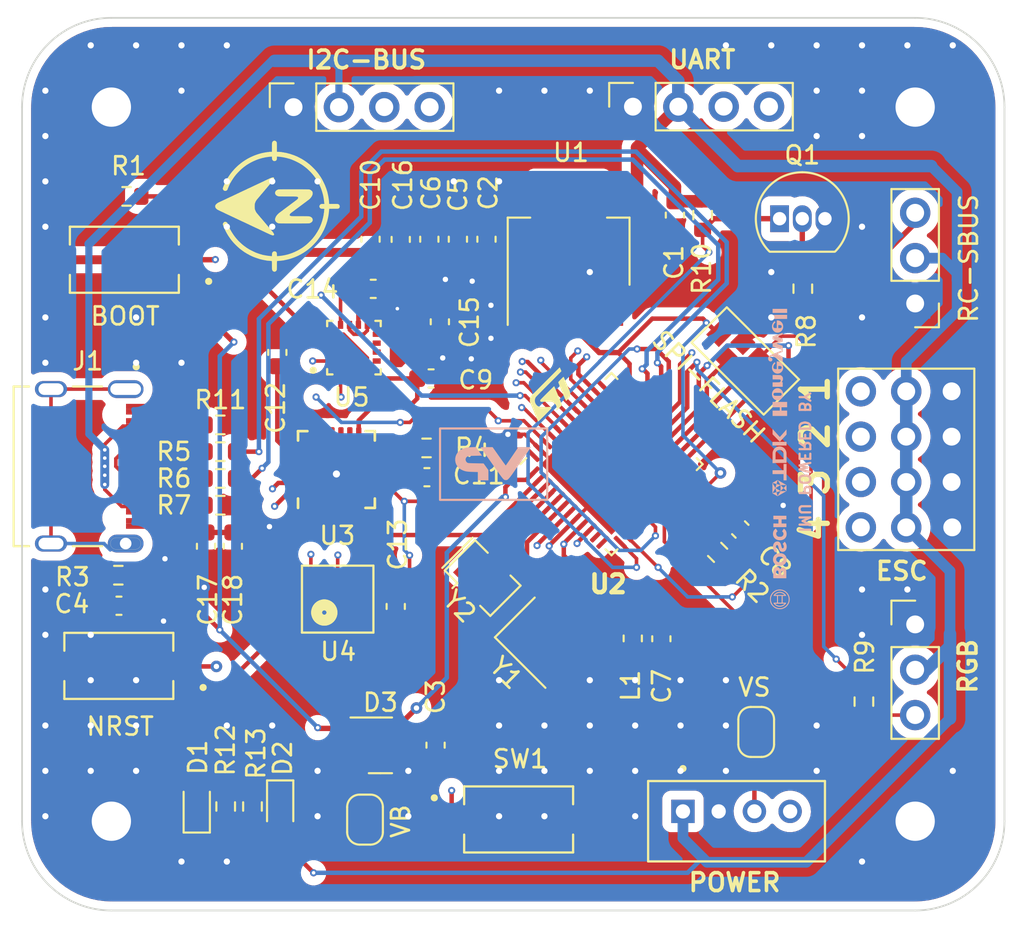
<source format=kicad_pcb>
(kicad_pcb (version 20211014) (generator pcbnew)
  (layers (0 "F.Cu" mixed) (1 "In1.Cu" signal) (2 "In2.Cu" power) (31 "B.Cu" power) (34 "B.Paste" user) (35 "F.Paste" user) (36 "B.SilkS" user "B.Silkscreen") (37 "F.SilkS" user "F.Silkscreen") (38 "B.Mask" user) (39 "F.Mask" user) (44 "Edge.Cuts" user))
  (net 0 "")
  (net 1 "GND")
  (net 2 "VBUS")
  (net 3 "+3V3")
  (net 4 "VBAT")
  (net 5 "NRST")
  (net 6 "VDDA")
  (net 7 "Net-(C8-Pad2)")
  (net 8 "Net-(C11-Pad2)")
  (net 9 "Net-(C12-Pad1)")
  (net 10 "Net-(C14-Pad2)")
  (net 11 "Net-(C15-Pad1)")
  (net 12 "Net-(C15-Pad2)")
  (net 13 "PC13")
  (net 14 "Net-(D3-Pad2)")
  (net 15 "Net-(J1-PadA5)")
  (net 16 "DP")
  (net 17 "DN")
  (net 19 "Net-(J1-PadB5)")
  (net 21 "Net-(J2-Pad3)")
  (net 22 "Net-(J3-Pad3)")
  (net 23 "PB9")
  (net 24 "PB8")
  (net 25 "RX")
  (net 26 "TX")
  (net 27 "NSS")
  (net 28 "PB13")
  (net 29 "MISO")
  (net 30 "MOSI")
  (net 31 "CS")
  (net 32 "V_SENSE")
  (net 33 "I_SENSE")
  (net 35 "PB0")
  (net 36 "Net-(L1-Pad1)")
  (net 37 "Net-(Q1-Pad2)")
  (net 38 "PA3")
  (net 39 "BOOT0")
  (net 40 "PB2")
  (net 41 "Net-(R4-Pad2)")
  (net 42 "PA11")
  (net 43 "PA12")
  (net 44 "PA8")
  (net 45 "PA0")
  (net 46 "PC14")
  (net 47 "PC15")
  (net 48 "PH0")
  (net 49 "PH1")
  (net 50 "PA1")
  (net 51 "PA2")
  (net 52 "PA5")
  (net 53 "PA6")
  (net 54 "PA10")
  (net 55 "PB1")
  (net 56 "PB10")
  (net 57 "PA9")
  (net 58 "PA13")
  (net 59 "PA14")
  (net 60 "MOT1")
  (net 61 "MOT2")
  (net 62 "MOT3")
  (net 63 "MOT4")
  (net 66 "Net-(D1-Pad1)")
  (net 69 "Net-(D2-Pad1)")
  (net 70 "SHELL_GND")
  (footprint "Connector_PinHeader_2.54mm:PinHeader_1x03_P2.54mm_Vertical" (layer "F.Cu") (at 150 83.975)
    (fp_text reference "RGB")
    (fp_text value "RGB")
  )
  (footprint "Custom_Footprints:SW_TS09-63-25-WT-260-SMT-TR" (layer "F.Cu") (at 127.8 94.9)
    (fp_text reference "SW1")
    (fp_text value "KEY")
  )
  (footprint "Package_TO_SOT_THT:TO-92_Inline" (layer "F.Cu") (at 142.41 61.25)
    (fp_text reference "Q1")
    (fp_text value "BC547")
  )
  (footprint "Capacitor_SMD:C_0603_1608Metric" (layer "F.Cu") (at 122.8 62.4 -90)
    (fp_text reference "C6")
    (fp_text value "100nF")
  )
  (footprint "Connector_PinSocket_2.54mm:PinSocket_1x04_P2.54mm_Vertical" (layer "F.Cu") (at 115.2 55 90)
    (fp_text reference "I2C-BUS")
    (fp_text value "I2C")
  )
  (footprint "Capacitor_SMD:C_0603_1608Metric" (layer "F.Cu") (at 111.8 79.6 90)
    (fp_text reference "C18")
    (fp_text value "100nF")
  )
  (footprint "Resistor_SMD:R_0603_1608Metric" (layer "F.Cu") (at 112.9 94.175 -90)
    (fp_text reference "R13")
    (fp_text value "10K")
  )
  (footprint "Crystal:Resonator_SMD_Murata_CSTxExxV-3Pin_3.0x1.1mm" (layer "F.Cu") (at 125.788528 81.378528 -45)
    (fp_text reference "Y2")
    (fp_text value "32.7KHz/6pF")
  )
  (footprint "Custom_Footprints:VALCON_CSP-USC16-TR" (layer "F.Cu") (at 106.39 75.12075 -90)
    (fp_text reference "J1")
    (fp_text value "CSP-USC16-TR")
    (fp_line (start 4 1.14) (end 4 0.09) (layer "Edge.Cuts") (width 0.01))
    (fp_line (start 4.65 0.04) (end 4.65 1.14) (layer "Edge.Cuts") (width 0.01))
    (fp_arc (start 4.65 1.14) (mid 4.547132 1.358345) (end 4.32 1.44) (layer "Edge.Cuts") (width 0.01))
    (fp_arc (start 4 0.09) (mid 4.087513 -0.151274) (end 4.32 -0.26) (layer "Edge.Cuts") (width 0.01))
    (fp_arc (start 4.32 -0.26) (mid 4.547132 -0.178345) (end 4.65 0.04) (layer "Edge.Cuts") (width 0.01))
    (fp_arc (start 4.32 1.44) (mid 4.097868 1.356274) (end 4 1.14) (layer "Edge.Cuts") (width 0.01))
  )
  (footprint "Custom_Footprints:BMP180" (layer "F.Cu") (at 117.67 82.56 180)
    (fp_text reference "U4")
    (fp_text value "BMP180")
  )
  (footprint "Custom_logos_Footprints:STM" (layer "F.Cu") (at 129.6 71.2 45)
    (fp_text reference "G***" hide)
    (fp_text value "LOGO" hide)
  )
  (footprint "Resistor_SMD:R_0603_1608Metric" (layer "F.Cu") (at 122.645 74.09 180)
    (fp_text reference "R4")
    (fp_text value "1K")
  )
  (footprint "Custom_logos_Footprints:NORTH" (layer "F.Cu") (at 114.3 60.55 90)
    (fp_text reference "G***" hide)
    (fp_text value "LOGO" hide)
  )
  (footprint "Sensor_Motion:InvenSense_QFN-24_4x4mm_P0.5mm" (layer "F.Cu") (at 117.6 75.3 90)
    (fp_text reference "U3")
    (fp_text value "MPU-6050")
  )
  (footprint "Resistor_SMD:R_0603_1608Metric" (layer "F.Cu") (at 111.1 74.3)
    (fp_text reference "R5")
    (fp_text value "10R")
  )
  (footprint "Custom_Footprints:Esc_connector_4M" (layer "F.Cu") (at 149.5 76 -90)
    (fp_text reference "ESC")
    (fp_text value "4PIN_ESC")
  )
  (footprint "Package_DFN_QFN:QFN-48-1EP_7x7mm_P0.5mm_EP5.6x5.6mm" (layer "F.Cu") (at 133 75 45)
    (fp_text reference "U2")
    (fp_text value "STM32F411CEUx")
  )
  (footprint "Custom_Footprints:SW_TS09-63-25-WT-260-SMT-TR" (layer "F.Cu") (at 105.7275 63.55 180)
    (fp_text reference "BOOT")
    (fp_text value "BOOT0")
  )
  (footprint "Resistor_SMD:R_0603_1608Metric" (layer "F.Cu") (at 105.85 60)
    (fp_text reference "R1")
    (fp_text value "10K")
  )
  (footprint "Capacitor_SMD:C_0603_1608Metric" (layer "F.Cu") (at 140.21 78.66 135)
    (fp_text reference "C8")
    (fp_text value "2.2uF")
  )
  (footprint "Resistor_SMD:R_0603_1608Metric" (layer "F.Cu") (at 147.13 88.3 90)
    (fp_text reference "R9")
    (fp_text value "470R")
  )
  (footprint "Capacitor_SMD:C_0603_1608Metric" (layer "F.Cu") (at 119.51 62.4 -90)
    (fp_text reference "C10")
    (fp_text value "0.1uF")
  )
  (footprint "Capacitor_SMD:C_0603_1608Metric" (layer "F.Cu") (at 114.29 68.74 90)
    (fp_text reference "C12")
    (fp_text value "2.2nF")
  )
  (footprint "Custom_Footprints:7_TP" (layer "F.Cu") (at 140.711185 69.443159 135)
    (fp_text reference "SPI-FLASH")
    (fp_text value "SPI-BLACKBOX")
  )
  (footprint "Resistor_SMD:R_0603_1608Metric" (layer "F.Cu") (at 143.71 65.17 -90)
    (fp_text reference "R8")
    (fp_text value "4.7K")
  )
  (footprint "Capacitor_SMD:C_0603_1608Metric" (layer "F.Cu") (at 122.9 70.2 180)
    (fp_text reference "C9")
    (fp_text value "0.01uF")
  )
  (footprint "Connector_PinSocket_2.54mm:PinSocket_1x04_P2.54mm_Vertical" (layer "F.Cu") (at 134.2 54.975 90)
    (fp_text reference "UART")
    (fp_text value "UART")
  )
  (footprint "Custom_Footprints:JST_B4B-PH-K" (layer "F.Cu") (at 140 95 180)
    (fp_text reference "POWER")
    (fp_text value "POWER MODULE")
  )
  (footprint "Jumper:SolderJumper-2_P1.3mm_Bridged2Bar_RoundedPad1.0x1.5mm" (layer "F.Cu") (at 119.2 94.91 -90)
    (fp_text reference "VB")
    (fp_text value "VBAT")
  )
  (footprint "Capacitor_SMD:C_0603_1608Metric" (layer "F.Cu") (at 123.15 90.74 90)
    (fp_text reference "C3")
    (fp_text value "100uF")
  )
  (footprint "Resistor_SMD:R_0603_1608Metric" (layer "F.Cu") (at 111.4 94.175 90)
    (fp_text reference "R12")
    (fp_text value "10K")
  )
  (footprint "LED_SMD:LED_0603_1608Metric" (layer "F.Cu") (at 109.78 94.15 90)
    (fp_text reference "D1")
    (fp_text value "LED")
  )
  (footprint "Package_TO_SOT_SMD:SOT-23" (layer "F.Cu") (at 120.0625 90.75)
    (fp_text reference "D3")
    (fp_text value "BAT54C")
  )
  (footprint "Capacitor_SMD:C_0603_1608Metric" (layer "F.Cu") (at 135.79 84.78 -90)
    (fp_text reference "C7")
    (fp_text value "100nF")
  )
  (footprint "Capacitor_SMD:C_0603_1608Metric" (layer "F.Cu") (at 122.665 75.73 180)
    (fp_text reference "C11")
    (fp_text value "0.1uF")
  )
  (footprint "Capacitor_SMD:C_0603_1608Metric" (layer "F.Cu") (at 126 62.4 -90)
    (fp_text reference "C2")
    (fp_text value "100nF")
  )
  (footprint "Custom_Footprints:HMC5883L-TR" (layer "F.Cu") (at 118.58 68.4725 90)
    (fp_text reference "U5")
    (fp_text value "HMC5883L-TR")
  )
  (footprint "Resistor_SMD:R_0603_1608Metric" (layer "F.Cu") (at 111.1 72.8 180)
    (fp_text reference "R11")
    (fp_text value "5.8K")
  )
  (footprint "MountingHole:MountingHole_2.2mm_M2_DIN965_Pad_TopBottom" (layer "F.Cu") (at 150 55)
    (fp_text reference "H2" hide)
    (fp_text value "MountingHole_Pad")
  )
  (footprint "Capacitor_SMD:C_0603_1608Metric" (layer "F.Cu") (at 121.2 62.41 90)
    (fp_text reference "C16")
    (fp_text value "0.1uF")
  )
  (footprint "Capacitor_SMD:C_0603_1608Metric" (layer "F.Cu") (at 110.3 79.6 90)
    (fp_text reference "C17")
    (fp_text value "100nF")
  )
  (footprint "MountingHole:MountingHole_2.2mm_M2_DIN965_Pad_TopBottom" (layer "F.Cu") (at 105 95)
    (fp_text reference "H3" hide)
    (fp_text value "MountingHole_Pad")
  )
  (footprint "Connector_PinHeader_2.54mm:PinHeader_1x03_P2.54mm_Vertical" (layer "F.Cu") (at 150 66 180)
    (fp_text reference "RC-SBUS")
    (fp_text value "SBUS")
  )
  (footprint "Resistor_SMD:R_0603_1608Metric" (layer "F.Cu") (at 111.1 75.8)
    (fp_text reference "R6")
    (fp_text value "10R")
  )
  (footprint "Capacitor_SMD:C_0603_1608Metric" (layer "F.Cu") (at 105.425 82.93)
    (fp_text reference "C4")
    (fp_text value "100nF")
  )
  (footprint "Jumper:SolderJumper-2_P1.3mm_Open_RoundedPad1.0x1.5mm" (layer "F.Cu") (at 141.1 90 -90)
    (fp_text reference "VS")
    (fp_text value "V_SENSE")
  )
  (footprint "Resistor_SMD:R_0603_1608Metric" (layer "F.Cu") (at 138.94 79.94 135)
    (fp_text reference "R2")
    (fp_text value "10K")
  )
  (footprint "Crystal:Crystal_SMD_SeikoEpson_TSX3225-4Pin_3.2x2.5mm" (layer "F.Cu") (at 129 85 -45)
    (fp_text reference "Y1")
    (fp_text value "25MHz/12pF")
  )
  (footprint "Resistor_SMD:R_0603_1608Metric" (layer "F.Cu") (at 111.1 77.3)
    (fp_text reference "R7")
    (fp_text value "5.8K")
  )
  (footprint "Resistor_SMD:R_0603_1608Metric" (layer "F.Cu") (at 138.1 61.05 -90)
    (fp_text reference "R10")
    (fp_text value "10K")
  )
  (footprint "Capacitor_SMD:C_0603_1608Metric" (layer "F.Cu") (at 124.4 62.4 -90)
    (fp_text reference "C5")
    (fp_text value "100nF")
  )
  (footprint "Capacitor_SMD:C_0603_1608Metric" (layer "F.Cu") (at 120.92 82.97 -90)
    (fp_text reference "C13")
    (fp_text value "0.1uF")
  )
  (footprint "LED_SMD:LED_0603_1608Metric" (layer "F.Cu") (at 114.45 94.2 -90)
    (fp_text reference "D2")
    (fp_text value "LED")
  )
  (footprint "Package_TO_SOT_SMD:SOT-223-3_TabPin2" (layer "F.Cu") (at 130.6 63.1 90)
    (fp_text reference "U1")
    (fp_text value "LD1117S12TR_SOT223")
  )
  (footprint "Resistor_SMD:R_0603_1608Metric" (layer "F.Cu") (at 105.39 81.22 180)
    (fp_text reference "R3")
    (fp_text value "NC")
  )
  (footprint "Capacitor_SMD:C_0603_1608Metric" (layer "F.Cu") (at 123.39 67.025 -90)
    (fp_text reference "C15")
    (fp_text value "0.22uF")
  )
  (footprint "MountingHole:MountingHole_2.2mm_M2_DIN965_Pad_TopBottom" (layer "F.Cu") (at 105 55)
    (fp_text reference "H1" hide)
    (fp_text value "MountingHole_Pad")
  )
  (footprint "Capacitor_SMD:C_0603_1608Metric" (layer "F.Cu") (at 119.66 65.18 180)
    (fp_text reference "C14")
    (fp_text value "4.7uF")
  )
  (footprint "MountingHole:MountingHole_2.2mm_M2_DIN965_Pad_TopBottom" (layer "F.Cu") (at 150 95)
    (fp_text reference "H4" hide)
    (fp_text value "MountingHole_Pad")
  )
  (footprint "Capacitor_SMD:C_0603_1608Metric" (layer "F.Cu") (at 136.55 61.05 90)
    (fp_text reference "C1")
    (fp_text value "100nF")
  )
  (footprint "Inductor_SMD:L_0603_1608Metric" (layer "F.Cu") (at 134.19 84.76 -90)
    (fp_text reference "L1")
    (fp_text value "10uH")
  )
  (footprint "Custom_Footprints:SW_TS09-63-25-WT-260-SMT-TR" (layer "F.Cu") (at 105.4175 86.3 180)
    (fp_text reference "NRST")
    (fp_text value "NRST")
  )
  (footprint "Custom_logos_Footprints:HWELL" (layer "B.Cu") (at 142.3 69.3 90)
    (fp_text reference "G***" hide)
    (fp_text value "LOGO" hide)
  )
  (footprint "Custom_logos_Footprints:DESIGNBY" (layer "B.Cu") (at 126.4 75 180)
    (fp_text reference "G***" hide)
    (fp_text value "LOGO" hide)
  )
  (footprint "Custom_logos_Footprints:BOSCH" (layer "B.Cu") (at 142.4 80.5 90)
    (fp_text reference "G***" hide)
    (fp_text value "LOGO" hide)
  )
  (footprint "Custom_logos_Footprints:TDK" (layer "B.Cu") (at 142.4 74.9 90)
    (fp_text reference "G***" hide)
    (fp_text value "LOGO" hide)
  )
  (gr_arc (start 150 50) (mid 153.535534 51.464466) (end 155 55) (layer "Edge.Cuts") (width 0.1))
  (gr_line locked (start 105 50) (end 150 50) (layer "Edge.Cuts") (width 0.1))
  (gr_arc locked (start 100 55) (mid 101.464466 51.464466) (end 105 50) (layer "Edge.Cuts") (width 0.1))
  (gr_line (start 100 95) (end 100 55) (layer "Edge.Cuts") (width 0.1))
  (gr_line locked (start 155 55) (end 155 95) (layer "Edge.Cuts") (width 0.1))
  (gr_line locked (start 150 100) (end 105 100) (layer "Edge.Cuts") (width 0.1))
  (gr_arc locked (start 155 95) (mid 153.535534 98.535534) (end 150 100) (layer "Edge.Cuts") (width 0.1))
  (gr_arc locked (start 105 100) (mid 101.464466 98.535534) (end 100 95) (layer "Edge.Cuts") (width 0.1))
  (gr_text "IMU POWERED BY" (at 143.8 74.9 270) (layer "B.SilkS") (effects (font (size 0.6 0.6) (thickness 0.125)) (justify mirror)))
  (gr_text "4" (at 144.4 78.6 90) (layer "F.SilkS") (effects (font (size 1.5 1.5) (thickness 0.3))))
  (gr_text "3" (at 144.4 76 90) (layer "F.SilkS") (effects (font (size 1.5 1.5) (thickness 0.3))))
  (gr_text "1" (at 144.4 70.8 90) (layer "F.SilkS") (effects (font (size 1.5 1.5) (thickness 0.3))))
  (gr_text "2" (at 144.4 73.4 90) (layer "F.SilkS") (effects (font (size 1.5 1.5) (thickness 0.3))))
  (segment (start 106.39 72.07075) (end 107.92925 72.07075) (width 0.25) (layer "F.Cu") (net 1))
  (segment (start 106.25 82.88) (end 106.2 82.93) (width 0.25) (layer "F.Cu") (net 1))
  (segment (start 119.55 75.55) (end 117.595349 75.55) (width 0.2) (layer "F.Cu") (net 1))
  (segment (start 108.7 70.1) (end 108.7 70.8) (width 0.25) (layer "F.Cu") (net 1))
  (segment (start 137.02167 75.839689) (end 136.181981 75) (width 0.2) (layer "F.Cu") (net 1))
  (segment (start 116.35 76.795349) (end 116.35 77.25) (width 0.2) (layer "F.Cu") (net 1))
  (segment (start 136.181981 75) (end 133 75) (width 0.2) (layer "F.Cu") (net 1))
  (segment (start 131.099651 77.970349) (end 131.099651 77.96101) (width 0.25) (layer "F.Cu") (net 1))
  (segment (start 140.758008 79.208008) (end 140.758008 79.161992) (width 0.2) (layer "F.Cu") (net 1))
  (segment (start 107.92 69.32) (end 108.7 70.1) (width 0.25) (layer "F.Cu") (net 1))
  (segment (start 109 71) (end 109 69.395) (width 0.25) (layer "F.Cu") (net 1))
  (segment (start 118.570873 67.72202) (end 119.124491 67.72202) (width 0.2) (layer "F.Cu") (net 1))
  (segment (start 119.33 67.1975) (end 120.1125 67.1975) (width 0.2) (layer "F.Cu") (net 1))
  (segment (start 127.2 73.33) (end 128.148019 73.33) (width 0.2) (layer "F.Cu") (net 1))
  (segment (start 140.758008 79.161992) (end 142.61 77.31) (width 0.2) (layer "F.Cu") (net 1))
  (segment (start 117.6 75.55) (end 117.595349 75.55) (width 0.2) (layer "F.Cu") (net 1))
  (segment (start 108.7 70.8) (end 107.72925 71.77075) (width 0.25) (layer "F.Cu") (net 1))
  (segment (start 107.72925 71.77075) (end 106.39 71.77075) (width 0.25) (layer "F.Cu") (net 1))
  (segment (start 106.39 78.47075) (end 106.81 78.47075) (width 0.25) (layer "F.Cu") (net 1))
  (segment (start 117.595349 75.55) (end 116.35 76.795349) (width 0.2) (layer "F.Cu") (net 1))
  (segment (start 129.510878 79.580878) (end 129.510878 79.559122) (width 0.25) (layer "F.Cu") (net 1))
  (segment (start 128.148019 73.33) (end 128.97833 74.160311) (width 0.2) (layer "F.Cu") (net 1))
  (segment (start 129.510878 79.559122) (end 131.099651 77.970349) (width 0.25) (layer "F.Cu") (net 1))
  (segment (start 128.857578 85.988949) (end 129.212132 86.343503) (width 0.2) (layer "F.Cu") (net 1))
  (segment (start 107.92925 72.07075) (end 109 71) (width 0.25) (layer "F.Cu") (net 1))
  (segment (start 133 75) (end 129.818019 75) (width 0.2) (layer "F.Cu") (net 1))
  (segment (start 116.37452 74.32452) (end 116.37452 73.37452) (width 0.2) (layer "F.Cu") (net 1))
  (segment (start 115.35 78.5) (end 116.35 77.5) (width 0.2) (layer "F.Cu") (net 1))
  (segment (start 113.85 78.5) (end 115.35 78.5) (width 0.2) (layer "F.Cu") (net 1))
  (segment (start 119.124491 67.72202) (end 119.33 67.516511) (width 0.2) (layer "F.Cu") (net 1))
  (segment (start 118.33 67.481147) (end 118.570873 67.72202) (width 0.2) (layer "F.Cu") (net 1))
  (segment (start 133 75) (end 133 76.060661) (width 0.2) (layer "F.Cu") (net 1))
  (segment (start 106.385 69.32) (end 107.92 69.32) (width 0.25) (layer "F.Cu") (net 1))
  (segment (start 128.857578 83.726207) (end 128.857578 85.988949) (width 0.2) (layer "F.Cu") (net 1))
  (segment (start 129.818019 75) (end 128.97833 74.160311) (width 0.2) (layer "F.Cu") (net 1))
  (segment (start 116.35 77.5) (end 116.35 77.25) (width 0.2) (layer "F.Cu") (net 1))
  (segment (start 116.37452 73.37452) (end 116.35 73.35) (width 0.2) (layer "F.Cu") (net 1))
  (segment (start 119.33 67.516511) (end 119.33 67.1975) (width 0.2) (layer "F.Cu") (net 1))
  (segment (start 128.787868 83.656497) (end 128.857578 83.726207) (width 0.2) (layer "F.Cu") (net 1))
  (segment (start 133 76.060661) (end 131.099651 77.96101) (width 0.2) (layer "F.Cu") (net 1))
  (segment (start 109 69.395) (end 108.925 69.32) (width 0.25) (layer "F.Cu") (net 1))
  (segment (start 133.839689 70.97833) (end 133 71.818019) (width 0.2) (layer "F.Cu") (net 1))
  (segment (start 133 71.818019) (end 133 75) (width 0.2) (layer "F.Cu") (net 1))
  (segment (start 118.33 67.1975) (end 118.33 67.481147) (width 0.2) (layer "F.Cu") (net 1))
  (segment (start 117.6 75.55) (end 116.37452 74.32452) (width 0.2) (layer "F.Cu") (net 1))
  (segment (start 120.1125 67.1975) (end 121.02 66.29) (width 0.2) (layer "F.Cu") (net 1))
  (via (at 106.385 89.64) (size 0.75) (drill 0.35) (layers "F.Cu" "B.Cu") (net 1))
  (via (at 144.485 51.54) (size 0.75) (drill 0.35) (layers "F.Cu" "B.Cu") (net 1))
  (via (at 134.325 89.64) (size 0.75) (drill 0.35) (layers "F.Cu" "B.Cu") (net 1))
  (via (at 144.485 92.18) (size 0.75) (drill 0.35) (layers "F.Cu" "B.Cu") (net 1))
  (via (at 127.2 73.33) (size 0.65) (drill 0.3) (layers "F.Cu" "B.Cu") (net 1))
  (via (at 149.565 51.54) (size 0.75) (drill 0.35) (layers "F.Cu" "B.Cu") (net 1))
  (via (at 106.385 87.1) (size 0.75) (drill 0.35) (layers "F.Cu" "B.Cu") (net 1))
  (via (at 141.945 66.78) (size 0.75) (drill 0.35) (layers "F.Cu" "B.Cu") (net 1))
  (via (at 139.405 51.54) (size 0.75) (drill 0.35) (layers "F.Cu" "B.Cu") (net 1))
  (via (at 129.510878 79.580878) (size 0.4) (drill 0.2) (layers "F.Cu" "B.Cu") (net 1))
  (via (at 116.545 92.18) (size 0.75) (drill 0.35) (layers "F.Cu" "B.Cu") (net 1))
  (via (at 141.945 51.54) (size 0.75) (drill 0.35) (layers "F.Cu" "B.Cu") (net 1))
  (via (at 134.325 94.72) (size 0.75) (drill 0.35) (layers "F.Cu" "B.Cu") (net 1))
  (via (at 141.945 64.24) (size 0.75) (drill 0.35) (layers "F.Cu" "B.Cu") (net 1))
  (via (at 136.865 89.64) (size 0.75) (drill 0.35) (layers "F.Cu" "B.Cu") (net 1))
  (via (at 101.305 84.56) (size 0.75) (drill 0.35) (layers "F.Cu" "B.Cu") (net 1))
  (via (at 106.385 69.32) (size 0.75) (drill 0.35) (layers "F.Cu" "B.Cu") (net 1))
  (via (at 126.25 66.1) (size 0.65) (drill 0.3) (layers "F.Cu" "B.Cu") (net 1))
  (via (at 131.785 92.18) (size 0.75) (drill 0.35) (layers "F.Cu" "B.Cu") (net 1))
  (via (at 103.845 84.56) (size 0.75) (drill 0.35) (layers "F.Cu" "B.Cu") (net 1))
  (via (at 131.785 89.64) (size 0.75) (drill 0.35) (layers "F.Cu" "B.Cu") (net 1))
  (via (at 106.385 92.18) (size 0.75) (drill 0.35) (layers "F.Cu" "B.Cu") (net 1))
  (via (at 106.385 51.54) (size 0.75) (drill 0.35) (layers "F.Cu" "B.Cu") (net 1))
  (via (at 147.025 54.08) (size 0.75) (drill 0.35) (layers "F.Cu" "B.Cu") (net 1))
  (via (at 126.705 92.18) (size 0.75) (drill 0.35) (layers "F.Cu" "B.Cu") (net 1))
  (via (at 101.305 69.32) (size 0.75) (drill 0.35) (layers "F.Cu" "B.Cu") (net 1))
  (via (at 126.705 87.1) (size 0.75) (drill 0.35) (layers "F.Cu" "B.Cu") (net 1))
  (via (at 147.025 66.78) (size 0.75) (drill 0.35) (layers "F.Cu" "B.Cu") (net 1))
  (via (at 126.705 89.64) (size 0.75) (drill 0.35) (layers "F.Cu" "B.Cu") (net 1))
  (via (at 123.7 64.65) (size 0.65) (drill 0.3) (layers "F.Cu" "B.Cu") (net 1))
  (via (at 129.245 92.18) (size 0.75) (drill 0.35) (layers "F.Cu" "B.Cu") (net 1))
  (via (at 101.305 66.78) (size 0.75) (drill 0.35) (layers "F.Cu" "B.Cu") (net 1))
  (via (at 111.465 59.16) (size 0.75) (drill 0.35) (layers "F.Cu" "B.Cu") (net 1))
  (via (at 116.545 59.16) (size 0.75) (drill 0.35) (layers "F.Cu" "B.Cu") (net 1))
  (via (at 101.305 92.18) (size 0.75) (drill 0.35) (layers "F.Cu" "B.Cu") (net 1))
  (via (at 129.245 54.08) (size 0.75) (drill 0.35) (layers "F.Cu" "B.Cu") (net 1))
  (via (at 147.025 61.7) (size 0.75) (drill 0.35) (layers "F.Cu" "B.Cu") (net 1))
  (via (at 144.485 89.64) (size 0.75) (drill 0.35) (layers "F.Cu" "B.Cu") (net 1))
  (via (at 103.845 89.64) (size 0.75) (drill 0.35) (layers "F.Cu" "B.Cu") (net 1))
  (via (at 147.025 56.62) (size 0.75) (drill 0.35) (layers "F.Cu" "B.Cu") (net 1))
  (via (at 121.625 92.18) (size 0.75) (drill 0.35) (layers "F.Cu" "B.Cu") (net 1))
  (via (at 111.465 97.26) (size 0.75) (drill 0.35) (layers "F.Cu" "B.Cu") (net 1))
  (via (at 101.305 82.02) (size 0.75) (drill 0.35) (layers "F.Cu" "B.Cu") (net 1))
  (via (at 101.305 54.08) (size 0.75) (drill 0.35) (layers "F.Cu" "B.Cu") (net 1))
  (via (at 147.025 84.56) (size 0.75) (drill 0.35) (layers "F.Cu" "B.Cu") (net 1))
  (via (at 101.305 59.16) (size 0.75) (drill 0.35) (layers "F.Cu" "B.Cu") (net 1))
  (via (at 113.85 78.5) (size 0.65) (drill 0.3) (layers "F.Cu" "B.Cu") (net 1))
  (via (at 129.245 94.72) (size 0.75) (drill 0.35) (layers "F.Cu" "B.Cu") (net 1))
  (via (at 136.865 87.1) (size 0.75) (drill 0.35) (layers "F.Cu" "B.Cu") (net 1))
  (via (at 125.15 69.1) (size 0.65) (drill 0.3) (layers "F.Cu" "B.Cu") (net 1))
  (via (at 116.545 94.72) (size 0.75) (drill 0.35) (layers "F.Cu" "B.Cu") (net 1))
  (via (at 114.005 61.7) (size 0.75) (drill 0.35) (layers "F.Cu" "B.Cu") (net 1))
  (via (at 144.485 54.08) (size 0.75) (drill 0.35) (layers "F.Cu" "B.Cu") (net 1))
  (via (at 108.925 51.54) (size 0.75) (drill 0.35) (layers "F.Cu" "B.Cu") (net 1))
  (via (at 147.025 82.02) (size 0.75) (drill 0.35) (layers "F.Cu" "B.Cu") (net 1))
  (via (at 101.305 94.72) (size 0.75) (drill 0.35) (layers "F.Cu" "B.Cu") (net 1))
  (via (at 110.2 81.9) (size 0.65) (drill 0.3) (layers "F.Cu" "B.Cu") (net 1))
  (via (at 114.005 89.64) (size 0.75) (drill 0.35) (layers "F.Cu" "B.Cu") (net 1))
  (via (at 103.845 51.54) (size 0.75) (drill 0.35) (layers "F.Cu" "B.Cu") (net 1))
  (via (at 111.465 89.64) (size 0.75) (drill 0.35) (layers "F.Cu" "B.Cu") (net 1))
  (via (at 125.2 64.75) (size 0.65) (drill 0.3) (layers "F.Cu" "B.Cu") (net 1))
  (via (at 103.845 92.18) (size 0.75) (drill 0.35) (layers "F.Cu" "B.Cu") (net 1))
  (via (at 101.305 56.62) (size 0.75) (drill 0.35) (layers "F.Cu" "B.Cu") (net 1))
  (via (at 108 80.3) (size 0.65) (drill 0.3) (layers "F.Cu" "B.Cu") (net 1))
  (via (at 108.925 54.08) (size 0.75) (drill 0.35) (layers "F.Cu" "B.Cu") (net 1))
  (via (at 149.565 82.02) (size 0.75) (drill 0.35) (layers "F.Cu" "B.Cu") (net 1))
  (via (at 131.785 87.1) (size 0.75) (drill 0.35) (layers "F.Cu" "B.Cu") (net 1))
  (via (at 126.705 54.08) (size 0.75) (drill 0.35) (layers "F.Cu" "B.Cu") (net 1))
  (via (at 131.785 54.08) (size 0.75) (drill 0.35) (layers "F.Cu" "B.Cu") (net 1))
  (via (at 111.465 51.54) (size 0.75) (drill 0.35) (layers "F.Cu" "B.Cu") (net 1))
  (via (at 111.465 61.7) (size 0.75) (drill 0.35) (layers "F.Cu" "B.Cu") (net 1))
  (via (at 139.405 89.64) (size 0.75) (drill 0.35) (layers "F.Cu" "B.Cu") (net 1))
  (via (at 103.845 87.1) (size 0.75) (drill 0.35) (layers "F.Cu" "B.Cu") (net 1))
  (via (at 136.865 92.18) (size 0.75) (drill 0.35) (layers "F.Cu" "B.Cu") (net 1))
  (via (at 108.925 97.26) (size 0.75) (drill 0.35) (layers "F.Cu" "B.Cu") (net 1))
  (via (at 108.925 69.32) (size 0.75) (drill 0.35) (layers "F.Cu" "B.Cu") (net 1))
  (via (at 107.92 83.79) (size 0.65) (drill 0.3) (layers "F.Cu" "B.Cu") (net 1))
  (via (at 142.61 77.31) (size 0.65) (drill 0.3) (layers "F.Cu" "B.Cu") (net 1))
  (via (at 152.105 92.18) (size 0.75) (drill 0.35) (layers "F.Cu" "B.Cu") (net 1))
  (via (at 121.01 66.29) (size 0.4) (drill 0.2) (layers "F.Cu" "B.Cu") (net 1))
  (via (at 134.325 87.1) (size 0.75) (drill 0.35) (layers "F.Cu" "B.Cu") (net 1))
  (via (at 117.6 75.55) (size 0.9) (drill 0.4) (layers "F.Cu" "B.Cu") (net 1))
  (via (at 126.705 59.16) (size 0.75) (drill 0.35) (layers "F.Cu" "B.Cu") (net 1))
  (via (at 139.405 87.1) (size 0.75) (drill 0.35) (layers "F.Cu" "B.Cu") (net 1))
  (via (at 101.305 61.7) (size 0.75) (drill 0.35) (layers "F.Cu" "B.Cu") (net 1))
  (via (at 126.705 94.72) (size 0.75) (drill 0.35) (layers "F.Cu" "B.Cu") (net 1))
  (via (at 129.245 89.64) (size 0.75) (drill 0.35) (layers "F.Cu" "B.Cu") (net 1))
  (via (at 147.025 51.54) (size 0.75) (drill 0.35) (layers "F.Cu" "B.Cu") (net 1))
  (via (at 123.55 69.05) (size 0.65) (drill 0.3) (layers "F.Cu" "B.Cu") (net 1))
  (via (at 114.005 59.16) (size 0.75) (drill 0.35) (layers "F.Cu" "B.Cu") (net 1))
  (via (at 134.325 92.18) (size 0.75) (drill 0.35) (layers "F.Cu" "B.Cu") (net 1))
  (via (at 152.105 51.54) (size 0.75) (drill 0.35) (layers "F.Cu" "B.Cu") (net 1))
  (via (at 126.25 67.95) (size 0.65) (drill 0.3) (layers "F.Cu" "B.Cu") (net 1))
  (via (at 121.625 94.72) (size 0.75) (drill 0.35) (layers "F.Cu" "B.Cu") (net 1))
  (via (at 131.785 64.24) (size 0.75) (drill 0.35) (layers "F.Cu" "B.Cu") (net 1))
  (via (at 147.025 97.26) (size 0.75) (drill 0.35) (layers "F.Cu" "B.Cu") (net 1))
  (via (at 106.385 66.78) (size 0.75) (drill 0.35) (layers "F.Cu" "B.Cu") (net 1))
  (via (at 139.405 92.18) (size 0.75) (drill 0.35) (layers "F.Cu" "B.Cu") (net 1))
  (via (at 144.485 56.62) (size 0.75) (drill 0.35) (layers "F.Cu" "B.Cu") (net 1))
  (via (at 101.305 89.64) (size 0.75) (drill 0.35) (layers "F.Cu" "B.Cu") (net 1))
  (via (at 124.165 59.16) (size 0.75) (drill 0.35) (layers "F.Cu" "B.Cu") (net 1))
  (segment (start 135 56.7) (end 134.43 57.27) (width 0.7) (layer "F.Cu") (net 2))
  (segment (start 106.93635 77.37075) (end 108.3906 78.825) (width 0.25) (layer "F.Cu") (net 2))
  (segment (start 104.63 75.62) (end 104.63 75.12) (width 0.2) (layer "F.Cu") (net 2))
  (segment (start 108.3906 78.825) (end 110.3 78.825) (width 0.3) (layer "F.Cu") (net 2))
  (segment (start 106.39 77.37075) (end 106.93635 77.37075) (width 0.3) (layer "F.Cu") (net 2))
  (segment (start 136.55 60.275) (end 138.05 60.275) (width 0.7) (layer "F.Cu") (net 2))
  (segment (start 105.64925 72.87075) (end 106.39 72.87075) (width 0.2) (layer "F.Cu") (net 2))
  (segment (start 134.43 64.72) (end 132.9 66.25) (width 0.7) (layer "F.Cu") (net 2))
  (segment (start 105.581239 77.37075) (end 104.63 76.419511) (width 0.2) (layer "F.Cu") (net 2))
  (segment (start 134.5 57.215) (end 134.5 57.4) (width 0.7) (layer "F.Cu") (net 2))
  (segment (start 134.5 57.4) (end 136.55 59.45) (width 0.7) (layer "F.Cu") (net 2))
  (segment (start 114.45 96.02) (end 116.32 97.89) (width 0.25) (layer "F.Cu") (net 2))
  (segment (start 104.63 73.89) (end 105.64925 72.87075) (width 0.2) (layer "F.Cu") (net 2))
  (segment (start 104.63 74.2) (end 104.63 73.89) (width 0.2) (layer "F.Cu") (net 2))
  (segment (start 136.55 59.45) (end 136.55 60.275) (width 0.7) (layer "F.Cu") (net 2))
  (segment (start 104.63 76.14) (end 104.63 75.62) (width 0.2) (layer "F.Cu") (net 2))
  (segment (start 110.3 78.825) (end 111.8 78.825) (width 0.3) (layer "F.Cu") (net 2))
  (segment (start 104.63 76.419511) (end 104.63 76.14) (width 0.2) (layer "F.Cu") (net 2))
  (segment (start 134.43 57.27) (end 134.43 64.72) (width 0.7) (layer "F.Cu") (net 2))
  (segment (start 114.45 94.9875) (end 114.45 96.02) (width 0.25) (layer "F.Cu") (net 2))
  (segment (start 104.63 75.12) (end 104.63 74.66) (width 0.2) (layer "F.Cu") (net 2))
  (segment (start 104.63 74.66) (end 104.63 74.2) (width 0.2) (layer "F.Cu") (net 2))
  (segment (start 136.74 54.975) (end 134.5 57.215) (width 0.7) (layer "F.Cu") (net 2))
  (segment (start 138.05 60.275) (end 138.1 60.225) (width 0.7) (layer "F.Cu") (net 2))
  (segment (start 106.39 77.37075) (end 105.581239 77.37075) (width 0.2) (layer "F.Cu") (net 2))
  (via (at 104.63 75.12) (size 0.4) (drill 0.2) (layers "F.Cu" "B.Cu") (net 2))
  (via (at 104.63 76.14) (size 0.4) (drill 0.2) (layers "F.Cu" "B.Cu") (net 2))
  (via (at 116.32 97.89) (size 0.4) (drill 0.2) (layers "F.Cu" "B.Cu") (net 2))
  (via (at 104.63 74.2) (size 0.4) (drill 0.2) (layers "F.Cu" "B.Cu") (net 2))
  (via (at 104.63 75.62) (size 0.4) (drill 0.2) (layers "F.Cu" "B.Cu") (net 2))
  (via (at 104.63 74.66) (size 0.4) (drill 0.2) (layers "F.Cu" "B.Cu") (net 2))
  (segment (start 140.065 58.3) (end 150.9 58.3) (width 0.7) (layer "B.Cu") (net 2))
  (segment (start 138.35 97.3) (end 138.1 97.05) (width 0.6) (layer "B.Cu") (net 2))
  (segment (start 136.74 53.54) (end 136.74 54.975) (width 0.7) (layer "B.Cu") (net 2))
  (segment (start 152.35 64.7) (end 152.35 66.4) (width 0.6) (layer "B.Cu") (net 2))
  (segment (start 114.14 52.41) (end 117.35 52.41) (width 0.7) (layer "B.Cu") (net 2))
  (segment (start 151.95 85.2) (end 150.635 86.515) (width 0.7) (layer "B.Cu") (net 2))
  (segment (start 137 95.95) (end 137 94.45) (width 0.6) (layer "B.Cu") (net 2))
  (segment (start 143.9 97.3) (end 138.35 97.3) (width 0.6) (layer "B.Cu") (net 2))
  (segment (start 151.51 63.46) (end 152.35 64.3) (width 0.6) (layer "B.Cu") (net 2))
  (segment (start 149.5 70.92) (end 149.5 78.54) (width 0.7) (layer "B.Cu") (net 2))
  (segment (start 103.74 73.31) (end 103.74 62.67) (width 0.4) (layer "B.Cu") (net 2))
  (segment (start 150.635 86.515) (end 150 86.515) (width 0.5) (layer "B.Cu") (net 2))
  (segment (start 104.63 74.2) (end 103.74 73.31) (width 0.4) (layer "B.Cu") (net 2))
  (segment (start 150.9 58.3) (end 152.35 59.75) (width 0.6) (layer "B.Cu") (net 2))
  (segment (start 138.1 97.05) (end 137 95.95) (width 0.6) (layer "B.Cu") (net 2))
  (segment (start 149.5 69.25) (end 152.35 66.4) (width 0.6) (layer "B.Cu") (net 2))
  (segment (start 121.9 52.34) (end 121.96 52.4) (width 0.4) (layer "B.Cu") (net 2))
  (segment (start 150 63.46) (end 151.51 63.46) (width 0.6) (layer "B.Cu") (net 2))
  (segment (start 136.74 54.975) (end 140.065 58.3) (width 0.7) (layer "B.Cu") (net 2))
  (segment (start 149.5 78.54) (end 151.95 80.99) (width 0.6) (layer "B.Cu") (net 2))
  (segment (start 137.26 97.89) (end 138.1 97.05) (width 0.25) (layer "B.Cu") (net 2))
  (segment (start 103.74 62.67) (end 114.07 52.34) (width 0.5) (layer "B.Cu") (net 2))
  (segment (start 135.6 52.4) (end 136.74 53.54) (width 0.7) (layer "B.Cu") (net 2))
  (segment (start 121.96 52.4) (end 135.6 52.4) (width 0.7) (layer "B.Cu") (net 2))
  (segment (start 104.63 76.14) (end 104.63 74.2) (width 0.5) (layer "B.Cu") (net 2))
  (segment (start 117.74 55) (end 117.74 52.8) (width 0.4) (layer "B.Cu") (net 2))
  (segment (start 117.74 55.31) (end 117.74 55) (width 0.5) (layer "B.Cu") (net 2))
  (segment (start 117.74 52.8) (end 117.35 52.41) (width 0.4) (layer "B.Cu") (net 2))
  (segment (start 151.95 89.25) (end 151.95 84.5) (width 0.7) (layer "B.Cu") (net 2))
  (segment (start 152.35 59.75) (end 152.35 64.7) (width 0.6) (layer "B.Cu") (net 2))
  (segment (start 117.35 52.41) (end 121.83 52.41) (width 0.7) (layer "B.Cu") (net 2))
  (segment (start 151.95 80.99) (end 151.95 85.2) (width 0.6) (layer "B.Cu") (net 2))
  (segment (start 149.5 70.92) (end 149.5 69.25) (width 0.6) (layer "B.Cu") (net 2))
  (segment (start 116.32 97.89) (end 137.26 97.89) (width 0.25) (layer "B.Cu") (net 2))
  (segment (start 151.95 89.25) (end 143.9 97.3) (width 0.6) (layer "B.Cu") (net 2))
  (segment (start 120.29 52.34) (end 120.32 52.37) (width 0.4) (layer "B.Cu") (net 2))
  (segment (start 152.35 64.3) (end 152.35 64.7) (width 0.6) (layer "B.Cu") (net 2))
  (segment (start 120.34 52.4) (end 121.96 52.4) (width 0.7) (layer "B.Cu") (net 2))
  (segment (start 130.6 66.25) (end 130.6 66) (width 0.5) (layer "F.Cu") (net 3))
  (segment (start 119.7 71.7) (end 121.75 71.7) (width 0.25) (layer "F.Cu") (net 3))
  (segment (start 106.16 63.55) (end 101.9775 63.55) (width 0.5) (layer "F.Cu") (net 3))
  (segment (start 106.215 81.22) (end 108.01 81.22) (width 0.25) (layer "F.Cu") (net 3))
  (segment (start 111.37 66.27) (end 109.12 66.27) (width 0.5) (layer "F.Cu") (net 3))
  (segment (start 139.004936 67.73691) (end 138.118026 66.85) (width 0.25) (layer "F.Cu") (net 3))
  (segment (start 122.125 71.325) (end 122.125 70.2) (width 0.25) (layer "F.Cu") (net 3))
  (segment (start 109.94 66.27) (end 109.12 66.27) (width 0.25) (layer "F.Cu") (net 3))
  (segment (start 127.775 63.175) (end 126 63.175) (width 0.5) (layer "F.Cu") (net 3))
  (segment (start 115.75048 67.19048) (end 113.1 64.54) (width 0.25) (layer "F.Cu") (net 3))
  (segment (start 133.486136 70.623864) (end 134.01 70.1) (width 0.25) (layer "F.Cu") (net 3))
  (segment (start 130.6 59.95) (end 129.225 59.95) (width 0.5) (layer "F.Cu") (net 3))
  (segment (start 121.35 77.08) (end 120.32 76.05) (width 0.2) (layer "F.Cu") (net 3))
  (segment (start 109.12 66.27) (end 108.88 66.27) (width 0.3) (layer "F.Cu") (net 3))
  (segment (start 132.31 68.75) (end 130.6 67.04) (width 0.3) (layer "F.Cu") (net 3))
  (segment (start 118.85 68.57) (end 119.33 69.05) (width 0.2) (layer "F.Cu") (net 3))
  (segment (start 126.47 74.17) (end 123.56 77.08) (width 0.2) (layer "F.Cu") (net 3))
  (segment (start 117.67 84.01) (end 120.655 84.01) (width 0.25) (layer "F.Cu") (net 3))
  (segment (start 119.125 89.8) (end 119.125 86.465) (width 0.25) (layer "F.Cu") (net 3))
  (segment (start 118.0025 67.7225) (end 118.85 68.57) (width 0.2) (layer "F.Cu") (net 3))
  (segment (start 119.825 63.175) (end 119.79 63.14) (width 0.4) (layer "F.Cu") (net 3))
  (segment (start 108.01 81.22) (end 111.07 84.28) (width 0.25) (layer "F.Cu") (net 3))
  (segment (start 137.375223 75.486136) (end 137.979087 76.09) (width 0.2) (layer "F.Cu") (net 3))
  (segment (start 134.01 70.1) (end 134.01 69.38) (width 0.25) (layer "F.Cu") (net 3))
  (segment (start 118.33 69.7475) (end 118.33 69.09) (width 0.2) (layer "F.Cu") (net 3))
  (segment (start 128.624777 74.513864) (end 128.280913 74.17) (width 0.2) (layer "F.Cu") (net 3))
  (segment (start 119.7825 70.2) (end 121.825 70.2) (width 0.25) (layer "F.Cu") (net 3))
  (segment (start 120.32 76.05) (end 119.55 76.05) (width 0.2) (layer "F.Cu") (net 3))
  (segment (start 121.64 80.05) (end 121.69452 80.10452) (width 0.2) (layer "F.Cu") (net 3))
  (segment (start 126 63.175) (end 119.51 63.175) (width 0.5) (layer "F.Cu") (net 3))
  (segment (start 116.77298 67.19048) (end 115.75048 67.19048) (width 0.25) (layer "F.Cu") (net 3))
  (segment (start 117.305 67.7225) (end 116.77298 67.19048) (width 0.25) (layer "F.Cu") (net 3))
  (segment (start 119.125 89.8) (end 119.05 89.725) (width 0.3) (layer "F.Cu") (net 3))
  (segment (start 118.33 69.09) (end 118.85 68.57) (width 0.2) (layer "F.Cu") (net 3))
  (segment (start 119.125 86.465) (end 120.92 84.67) (width 0.25) (layer "F.Cu") (net 3))
  (segment (start 135.28 66.85) (end 133.38 68.75) (width 0.25) (layer "F.Cu") (net 3))
  (segment (start 130.6 66) (end 127.775 63.175) (width 0.5) (layer "F.Cu") (net 3))
  (segment (start 117.305 67.7225) (end 117.1825 67.7225) (width 0.2) (layer "F.Cu") (net 3))
  (segment (start 119.79 63.14) (end 114.5 63.14) (width 0.5) (layer "F.Cu") (net 3))
  (segment (start 118.85 73.35) (end 118.85 72.55) (width 0.25) (layer "F.Cu") (net 3))
  (segment (start 138.118026 66.85) (end 135.28 66.85) (width 0.25) (layer "F.Cu") (net 3))
  (segment (start 117.305 67.7225) (end 118.0025 67.7225) (width 0.2) (layer "F.Cu") (net 3))
  (segment (start 114.5 63.14) (end 113.1 64.54) (width 0.5) (layer "F.Cu") (net 3))
  (segment (start 133.486136 70.624777) (end 133.486136 70.623864) (width 0.25) (layer "F.Cu") (net 3))
  (segment (start 119.33 69.05) (end 119.33 69.7475) (width 0.2) (layer "F.Cu") (net 3))
  (segment (start 111.86 68.16) (end 111.83 68.16) (width 0.25) (layer "F.Cu") (net 3))
  (segment (start 129.225 59.95) (end 126 63.175) (width 0.5) (layer "F.Cu") (net 3))
  (segment (start 123.56 77.08) (end 121.35 77.08) (width 0.2) (layer "F.Cu") (net 3))
  (segment (start 128.280913 74.17) (end 126.47 74.17) (width 0.2) (layer "F.Cu") (net 3))
  (segment (start 121.69452 82.97048) (end 121.69452 80.10452) (width 0.2) (layer "F.Cu") (net 3))
  (segment (start 119.33 69.7475) (end 119.3 69.7775) (width 0.25) (layer "F.Cu") (net 3))
  (segment (start 118.85 72.55) (end 119.7 71.7) (width 0.25) (layer "F.Cu") (net 3))
  (segment (start 119.125 89.8) (end 116.59 89.8) (width 0.3) (layer "F.Cu") (net 3))
  (segment (start 108.88 66.27) (end 106.16 63.55) (width 0.5) (layer "F.Cu") (net 3))
  (segment (start 119.33 69.7475) (end 119.7825 70.2) (width 0.25) (layer "F.Cu") (net 3))
  (segment (start 138.5 76.09) (end 139.1 75.49) (width 0.2) (layer "F.Cu") (net 3))
  (segment (start 121.75 71.7) (end 122.125 71.325) (width 0.25) (layer "F.Cu") (net 3))
  (segment (start 113.1 64.54) (end 111.37 66.27) (width 0.5) (layer "F.Cu") (net 3))
  (segment (start 120.655 84.01) (end 120.92 83.745) (width 0.2) (layer "F.Cu") (net 3))
  (segment (start 133.38 68.75) (end 132.31 68.75) (width 0.3) (layer "F.Cu") (net 3))
  (segment (start 134.01 69.38) (end 133.38 68.75) (width 0.25) (layer "F.Cu") (net 3))
  (segment (start 111.83 68.16) (end 109.94 66.27) (width 0.3) (layer "F.Cu") (net 3))
  (segment (start 120.92 84.67) (end 120.92 83.745) (width 0.25) (layer "F.Cu") (net 3))
  (segment (start 130.6 67.04) (end 130.6 66.25) (width 0.25) (layer "F.Cu") (net 3))
  (segment (start 116.59 89.8) (end 116.55 89.76) (width 0.25) (layer "F.Cu") (net 3))
  (segment (start 120.92 83.745) (end 121.69452 82.97048) (width 0.2) (layer "F.Cu") (net 3))
  (segment (start 137.979087 76.09) (end 138.5 76.09) (width 0.2) (layer "F.Cu") (net 3))
  (via (at 138.31 67.09) (size 0.4) (drill 0.2) (layers "F.Cu" "B.Cu") (net 3))
  (via (at 116.55 89.76) (size 0.4) (drill 0.2) (layers "F.Cu" "B.Cu") (net 3))
  (via (at 121.4 77.08) (size 0.4) (drill 0.2) (layers "F.Cu" "B.Cu") (net 3))
  (via (at 111.86 68.16) (size 0.4) (drill 0.2) (layers "F.Cu" "B.Cu") (net 3))
  (via (at 111.07 84.28) (size 0.4) (drill 0.2) (layers "F.Cu" "B.Cu") (net 3))
  (via (at 139.1 75.49) (size 0.65) (drill 0.3) (layers "F.Cu" "B.Cu") (net 3))
  (via (at 121.69452 80.10452) (size 0.4) (drill 0.2) (layers "F.Cu" "B.Cu") (net 3))
  (segment (start 137 68.4) (end 137 73.39) (width 0.2) (layer "B.Cu") (net 3))
  (segment (start 121.4 79.81) (end 121.69452 80.10452) (width 0.2) (layer "B.Cu") (net 3))
  (segment (start 111.07 68.95) (end 111.86 68.16) (width 0.25) (layer "B.Cu") (net 3))
  (segment (start 137 73.39) (end 139.1 75.49) (width 0.2) (layer "B.Cu") (net 3))
  (segment (start 116.55 89.76) (end 111.07 84.28) (width 0.25) (layer "B.Cu") (net 3))
  (segment (start 111.07 84.28) (end 111.07 68.95) (width 0.25) (layer "B.Cu") (net 3))
  (segment (start 121.4 77.08) (end 121.4 79.81) (width 0.2) (layer "B.Cu") (net 3))
  (segment (start 138.31 67.09) (end 137 68.4) (width 0.2) (layer "B.Cu") (net 3))
  (segment (start 128.230913 75.88) (end 128.624777 75.486136) (width 0.25) (layer "F.Cu") (net 4))
  (segment (start 121 90.75) (end 121 89.74) (width 0.3) (layer "F.Cu") (net 4))
  (segment (start 127.06 76.29) (end 127.47 75.88) (width 0.25) (layer "F.Cu") (net 4))
  (segment (start 121 89.74) (end 122.08 88.66) (width 0.3) (layer "F.Cu") (net 4))
  (segment (start 121 90.75) (end 122.385 90.75) (width 0.3) (layer "F.Cu") (net 4))
  (segment (start 127.47 75.88) (end 128.230913 75.88) (width 0.25) (layer "F.Cu") (net 4))
  (segment (start 127.06 76.84) (end 127.06 76.29) (width 0.25) (layer "F.Cu") (net 4))
  (segment (start 122.385 90.75) (end 123.15 91.515) (width 0.3) (layer "F.Cu") (net 4))
  (via (at 127.06 76.84) (size 0.4) (drill 0.2) (layers "F.Cu" "B.Cu") (net 4))
  (via (at 122.08 88.66) (size 0.65) (drill 0.3) (layers "F.Cu" "B.Cu") (net 4))
  (segment (start 126.9 76.84) (end 127.06 76.84) (width 0.25) (layer "B.Cu") (net 4))
  (segment (start 122.08 88.66) (end 123.78 86.96) (width 0.25) (layer "B.Cu") (net 4))
  (segment (start 123.78 86.96) (end 123.78 79.96) (width 0.25) (layer "B.Cu") (net 4))
  (segment (start 123.78 79.96) (end 126.9 76.84) (width 0.25) (layer "B.Cu") (net 4))
  (segment (start 109.1675 86.3) (end 108.02 86.3) (width 0.25) (layer "F.Cu") (net 5))
  (segment (start 128.831112 79.518888) (end 130.742544 77.607456) (width 0.25) (layer "F.Cu") (net 5))
  (segment (start 104.65 82.93) (end 104.65 81.305) (width 0.25) (layer "F.Cu") (net 5))
  (segment (start 104.65 81.305) (end 104.565 81.22) (width 0.25) (layer "F.Cu") (net 5))
  (segment (start 128.831112 79.557091) (end 128.831112 79.518888) (width 0.25) (layer "F.Cu") (net 5))
  (segment (start 108.02 86.3) (end 104.65 82.93) (width 0.25) (layer "F.Cu") (net 5))
  (segment (start 109.1975 86.33) (end 110.88 86.33) (width 0.25) (layer "F.Cu") (net 5))
  (segment (start 130.742544 77.607456) (end 130.746097 77.607456) (width 0.25) (layer "F.Cu") (net 5))
  (segment (start 109.1675 86.3) (end 109.1975 86.33) (width 0.25) (layer "F.Cu") (net 5))
  (via (at 110.88 86.33) (size 0.65) (drill 0.3) (layers "F.Cu" "B.Cu") (net 5))
  (via (at 128.831112 79.557091) (size 0.4) (drill 0.2) (layers "F.Cu" "B.Cu") (net 5))
  (segment (start 135.7825 85.5475) (end 135.79 85.555) (width 0.2) (layer "F.Cu") (net 6))
  (segment (start 134.19 85.5475) (end 135.7825 85.5475) (width 0.2) (layer "F.Cu") (net 6))
  (segment (start 139.661992 78.111992) (end 138.586865 78.111992) (width 0.25) (layer "F.Cu") (net 7))
  (segment (start 138.586865 78.111992) (end 136.668116 76.193243) (width 0.25) (layer "F.Cu") (net 7))
  (segment (start 121.21 75.05) (end 121.89 75.73) (width 0.25) (layer "F.Cu") (net 8))
  (segment (start 119.55 75.05) (end 121.21 75.05) (width 0.25) (layer "F.Cu") (net 8))
  (segment (start 115.159994 74.55) (end 114.29 73.680006) (width 0.25) (layer "F.Cu") (net 9))
  (segment (start 115.65 74.55) (end 115.159994 74.55) (width 0.25) (layer "F.Cu") (net 9))
  (segment (start 114.29 73.680006) (end 114.29 69.515) (width 0.25) (layer "F.Cu") (net 9))
  (segment (start 118.83 65.345) (end 118.555 65.07) (width 0.25) (layer "F.Cu") (net 10))
  (segment (start 118.83 67.1975) (end 118.83 65.345) (width 0.25) (layer "F.Cu") (net 10))
  (segment (start 121.39 64.25) (end 123.39 66.25) (width 0.2) (layer "F.Cu") (net 11))
  (segment (start 117.83 64.76) (end 118.34 64.25) (width 0.2) (layer "F.Cu") (net 11))
  (segment (start 118.34 64.25) (end 121.39 64.25) (width 0.2) (layer "F.Cu") (net 11))
  (segment (start 117.83 67.1975) (end 117.83 64.76) (width 0.2) (layer "F.Cu") (net 11))
  (segment (start 119.855 67.7225) (end 123.3125 67.7225) (width 0.2) (layer "F.Cu") (net 12))
  (segment (start 123.3125 67.7225) (end 123.39 67.8) (width 0.2) (layer "F.Cu") (net 12))
  (segment (start 109.78 93.3425) (end 109.78 88.99) (width 0.25) (layer "F.Cu") (net 13))
  (segment (start 113.68 85.09) (end 113.68 80.86) (width 0.25) (layer "F.Cu") (net 13))
  (segment (start 109.78 88.99) (end 113.68 85.09) (width 0.25) (layer "F.Cu") (net 13))
  (segment (start 125.848019 78.97) (end 128.97833 75.839689) (width 0.25) (layer "F.Cu") (net 13))
  (segment (start 115.57 78.97) (end 125.848019 78.97) (width 0.25) (layer "F.Cu") (net 13))
  (segment (start 113.68 80.86) (end 115.57 78.97) (width 0.25) (layer "F.Cu") (net 13))
  (segment (start 119.125 94.185) (end 119.2 94.26) (width 0.3) (layer "F.Cu") (net 14))
  (segment (start 119.125 91.7) (end 119.125 94.185) (width 0.3) (layer "F.Cu") (net 14))
  (segment (start 119.37 91.945) (end 119.125 91.7) (width 0.2) (layer "F.Cu") (net 14))
  (segment (start 106.39 73.87075) (end 107.50425 73.87075) (width 0.25) (layer "F.Cu") (net 15))
  (segment (start 107.50425 73.87075) (end 108.575 72.8) (width 0.25) (layer "F.Cu") (net 15))
  (segment (start 108.575 72.8) (end 110.275 72.8) (width 0.25) (layer "F.Cu") (net 15))
  (segment (start 109.05 75.8) (end 110.275 75.8) (width 0.2) (layer "F.Cu") (net 16))
  (segment (start 107.45 75.3) (end 107.45 75.5) (width 0.2) (layer "F.Cu") (net 16))
  (segment (start 107.45 75.3) (end 108.55 75.3) (width 0.2) (layer "F.Cu") (net 16))
  (segment (start 107.07925 75.87075) (end 106.39 75.87075) (width 0.2) (layer "F.Cu") (net 16))
  (segment (start 107.45 75.111728) (end 107.45 75.3) (width 0.2) (layer "F.Cu") (net 16))
  (segment (start 107.209022 74.87075) (end 107.45 75.111728) (width 0.2) (layer "F.Cu") (net 16))
  (segment (start 108.55 75.3) (end 109.05 75.8) (width 0.2) (layer "F.Cu") (net 16))
  (segment (start 110.20425 75.87075) (end 110.275 75.8) (width 0.25) (layer "F.Cu") (net 16))
  (segment (start 106.39 74.87075) (end 107.209022 74.87075) (width 0.2) (layer "F.Cu") (net 16))
  (segment (start 107.45 75.5) (end 107.07925 75.87075) (width 0.2) (layer "F.Cu") (net 16))
  (segment (start 106.39 74.37075) (end 106.415489 74.345261) (width 0.25) (layer "F.Cu") (net 17))
  (segment (start 110.20425 74.37075) (end 110.275 74.3) (width 0.2) (layer "F.Cu") (net 17))
  (segment (start 110.229739 74.345261) (end 110.275 74.3) (width 0.25) (layer "F.Cu") (net 17))
  (segment (start 106.39 74.37075) (end 110.20425 74.37075) (width 0.2) (layer "F.Cu") (net 17))
  (segment (start 105.25 74.691728) (end 105.25 75.125) (width 0.2) (layer "F.Cu") (net 17))
  (segment (start 105.49575 75.37075) (end 106.39 75.37075) (width 0.2) (layer "F.Cu") (net 17))
  (segment (start 106.39 74.37075) (end 105.570978 74.37075) (width 0.2) (layer "F.Cu") (net 17))
  (segment (start 105.25 75.125) (end 105.49575 75.37075) (width 0.2) (layer "F.Cu") (net 17))
  (segment (start 105.570978 74.37075) (end 105.25 74.691728) (width 0.2) (layer "F.Cu") (net 17))
  (segment (start 108.128 77.394) (end 110.181 77.394) (width 0.2) (layer "F.Cu") (net 19))
  (segment (start 106.39 76.87075) (end 107.60475 76.87075) (width 0.2) (layer "F.Cu") (net 19))
  (segment (start 110.181 77.394) (end 110.275 77.3) (width 0.2) (layer "F.Cu") (net 19))
  (segment (start 107.60475 76.87075) (end 108.128 77.394) (width 0.2) (layer "F.Cu") (net 19))
  (segment (start 147.46 89.055) (end 147.16 89.355) (width 0.2) (layer "F.Cu") (net 21))
  (segment (start 150 89.055) (end 147.46 89.055) (width 0.2) (layer "F.Cu") (net 21))
  (segment (start 145.52 65.98) (end 150 61.5) (width 0.3) (layer "F.Cu") (net 22))
  (segment (start 143.725 65.98) (end 145.52 65.98) (width 0.3) (layer "F.Cu") (net 22))
  (segment (start 143.71 65.995) (end 143.725 65.98) (width 0.3) (layer "F.Cu") (net 22))
  (segment (start 150 61.5) (end 150 60.92) (width 0.3) (layer "F.Cu") (net 22))
  (segment (start 116.17 81.11) (end 116.17 80.05) (width 0.2) (layer "F.Cu") (net 23))
  (segment (start 126.66 72.57) (end 128.095127 72.57) (width 0.2) (layer "F.Cu") (net 23))
  (segment (start 115.65 76.55) (end 114.95 76.55) (width 0.25) (layer "F.Cu") (net 23))
  (segment (start 116.2725 69.2225) (end 116.27 69.22) (width 0.2) (layer "F.Cu") (net 23))
  (segment (start 126.66 72.57) (end 126.66 72.54) (width 0.2) (layer "F.Cu") (net 23))
  (segment (start 121.71 72.66) (end 121.17 72.66) (width 0.2) (layer "F.Cu") (net 23))
  (segment (start 117.305 69.2225) (end 116.2725 69.2225) (width 0.2) (layer "F.Cu") (net 23))
  (segment (start 126.12 72) (end 122.37 72) (width 0.2) (layer "F.Cu") (net 23))
  (segment (start 128.095127 72.57) (end 129.331884 73.806757) (width 0.2) (layer "F.Cu") (net 23))
  (segment (start 122.37 72) (end 121.71 72.66) (width 0.2) (layer "F.Cu") (net 23))
  (segment (start 126.66 72.54) (end 126.12 72) (width 0.2) (layer "F.Cu") (net 23))
  (segment (start 114.95 76.55) (end 114.14 77.36) (width 0.25) (layer "F.Cu") (net 23))
  (via (at 114.14 77.36) (size 0.4) (drill 0.2) (layers "F.Cu" "B.Cu") (net 23))
  (via (at 116.46 71.24) (size 0.4) (drill 0.2) (layers "F.Cu" "B.Cu") (net 23))
  (via (at 121.17 72.66) (size 0.4) (drill 0.2) (layers "F.Cu" "B.Cu") (net 23))
  (via (at 116.17 80.05) (size 0.4) (drill 0.2) (layers "F.Cu" "B.Cu") (net 23))
  (via (at 116.27 69.22) (size 0.4) (drill 0.2) (layers "F.Cu" "B.Cu") (net 23))
  (via (at 126.66 72.57) (size 0.4) (drill 0.2) (layers "F.Cu" "B.Cu") (net 23))
  (segment (start 121.17 72.66) (end 117.88 72.66) (width 0.2) (layer "B.Cu") (net 23))
  (segment (start 117.88 72.66) (end 116.46 71.24) (width 0.2) (layer "B.Cu") (net 23))
  (segment (start 117.83 71.21) (end 117.83 69.7475) (width 0.2) (layer "F.Cu") (net 24))
  (segment (start 115.65 76.05) (end 114.35 76.05) (width 0.25) (layer "F.Cu") (net 24))
  (segment (start 114.35 76.05) (end 114.02 76.38) (width 0.25) (layer "F.Cu") (net 24))
  (segment (start 117.68 80.09) (end 117.67 80.1) (width 0.2) (layer "F.Cu") (net 24))
  (segment (start 128.062233 71.83) (end 129.685437 73.453204) (width 0.2) (layer "F.Cu") (net 24))
  (segment (start 117.86 71.24) (end 117.83 71.21) (width 0.2) (layer "F.Cu") (net 24))
  (segment (start 117.67 80.1) (end 117.67 81.11) (width 0.2) (layer "F.Cu") (net 24))
  (segment (start 127.97 71.83) (end 128.062233 71.83) (width 0.2) (layer "F.Cu") (net 24))
  (via (at 117.86 71.24) (size 0.4) (drill 0.2) (layers "F.Cu" "B.Cu") (net 24))
  (via (at 117.68 80.09) (size 0.4) (drill 0.2) (layers "F.Cu" "B.Cu") (net 24))
  (via (at 127.97 71.83) (size 0.4) (drill 0.2) (layers "F.Cu" "B.Cu") (net 24))
  (via (at 114.02 76.38) (size 0.4) (drill 0.2) (layers "F.Cu" "B.Cu") (net 24))
  (segment (start 131.144511 69.455489) (end 131.144511 69.96253) (width 0.25) (layer "F.Cu") (net 25))
  (segment (start 132.160311 70.97833) (end 132.138314 70.97833) (width 0.2) (layer "F.Cu") (net 25))
  (segment (start 131.144511 69.96253) (end 132.160311 70.97833) (width 0.25) (layer "F.Cu") (net 25))
  (segment (start 131.61 68.99) (end 131.144511 69.455489) (width 0.25) (layer "F.Cu") (net 25))
  (via (at 131.61 68.99) (size 0.4) (drill 0.2) (layers "F.Cu" "B.Cu") (net 25))
  (segment (start 131.111184 68.657456) (end 130.719992 69.048648) (width 0.2) (layer "F.Cu") (net 26))
  (segment (start 130.719992 69.048648) (end 130.719992 70.245119) (width 0.2) (layer "F.Cu") (net 26))
  (segment (start 130.719992 70.245119) (end 131.806757 71.331884) (width 0.2) (layer "F.Cu") (net 26))
  (via (at 131.111184 68.657456) (size 0.4) (drill 0.2) (layers "F.Cu" "B.Cu") (net 26))
  (segment (start 141.009087 70.88) (end 141.25 70.88) (width 0.2) (layer "F.Cu") (net 27))
  (segment (start 137.375223 74.513864) (end 141.009087 70.88) (width 0.25) (layer "F.Cu") (net 27))
  (segment (start 138.785 71.548949) (end 138.785 72.396981) (width 0.25) (layer "F.Cu") (net 28))
  (segment (start 140.351975 69.981974) (end 138.785 71.548949) (width 0.25) (layer "F.Cu") (net 28))
  (segment (start 138.785 72.396981) (end 137.02167 74.160311) (width 0.25) (layer "F.Cu") (net 28))
  (segment (start 136.668116 73.806757) (end 138.33548 72.139393) (width 0.25) (layer "F.Cu") (net 29))
  (segment (start 138.33548 70.31452) (end 139.453949 69.196051) (width 0.25) (layer "F.Cu") (net 29))
  (segment (start 139.453949 69.196051) (end 139.453949 69.083949) (width 0.25) (layer "F.Cu") (net 29))
  (segment (start 138.33548 72.139393) (end 138.33548 70.31452) (width 0.25) (layer "F.Cu") (net 29))
  (segment (start 137.88596 71.881807) (end 136.314563 73.453204) (width 0.25) (layer "F.Cu") (net 30))
  (segment (start 142.91 68.36) (end 142.91 69.22) (width 0.25) (layer "F.Cu") (net 30))
  (segment (start 142.91 69.22) (end 142.148026 69.981974) (width 0.25) (layer "F.Cu") (net 30))
  (segment (start 138.35 69.48) (end 137.88596 69.94404) (width 0.25) (layer "F.Cu") (net 30))
  (segment (start 137.88596 69.94404) (end 137.88596 71.881807) (width 0.25) (layer "F.Cu") (net 30))
  (via (at 142.91 68.36) (size 0.4) (drill 0.2) (layers "F.Cu" "B.Cu") (net 30))
  (via (at 138.35 69.48) (size 0.4) (drill 0.2) (layers "F.Cu" "B.Cu") (net 30))
  (segment (start 139.47 68.36) (end 142.91 68.36) (width 0.25) (layer "B.Cu") (net 30))
  (segment (start 138.35 69.48) (end 139.47 68.36) (width 0.25) (layer "B.Cu") (net 30))
  (segment (start 139.7632 82.4568) (end 139.7632 82.4368) (width 0.2) (layer "F.Cu") (net 31))
  (segment (start 141.25 69.083949) (end 142.503949 67.83) (width 0.2) (layer "F.Cu") (net 31))
  (segment (start 142.503949 67.83) (end 143.41 67.83) (width 0.2) (layer "F.Cu") (net 31))
  (segment (start 144.17 78.05) (end 139.7632 82.4568) (width 0.2) (layer "F.Cu") (net 31))
  (segment (start 143.41 67.83) (end 144.17 68.59) (width 0.2) (layer "F.Cu") (net 31))
  (segment (start 135.61 80.78) (end 135.598019 80.78) (width 0.2) (layer "F.Cu") (net 31))
  (segment (start 144.17 68.59) (end 144.17 78.05) (width 0.2) (layer "F.Cu") (net 31))
  (segment (start 135.598019 80.78) (end 133.839689 79.02167) (width 0.2) (layer "F.Cu") (net 31))
  (via (at 139.7632 82.4368) (size 0.4) (drill 0.2) (layers "F.Cu" "B.Cu") (net 31))
  (via (at 135.61 80.78) (size 0.4) (drill 0.2) (layers "F.Cu" "B.Cu") (net 31))
  (segment (start 139.7632 82.4368) (end 137.263216 82.4368) (width 0.2) (layer "B.Cu") (net 31))
  (segment (start 137.263216 82.4368) (end 135.61 80.783584) (width 0.2) (layer "B.Cu") (net 31))
  (segment (start 135.61 80.783584) (end 135.61 80.78) (width 0.2) (layer "B.Cu") (net 31))
  (segment (start 141 90.75) (end 141.1 90.65) (width 0.25) (layer "F.Cu") (net 32))
  (segment (start 141 94.45) (end 141 90.75) (width 0.25) (layer "F.Cu") (net 32))
  (segment (start 141.1 84.48) (end 135.959511 79.339511) (width 0.2) (layer "F.Cu") (net 35))
  (segment (start 141.1 89.35) (end 141.1 84.48) (width 0.2) (layer "F.Cu") (net 35))
  (segment (start 135.959511 79.339511) (end 135.959511 78.313064) (width 0.2) (layer "F.Cu") (net 35))
  (segment (start 135.959511 78.313064) (end 135.253903 77.607456) (width 0.2) (layer "F.Cu") (net 35))
  (segment (start 130.329125 80.111625) (end 130.329125 79.482647) (width 0.25) (layer "F.Cu") (net 36))
  (segment (start 134.19 83.9725) (end 130.329125 80.111625) (width 0.25) (layer "F.Cu") (net 36))
  (segment (start 130.329125 79.482647) (end 130.329125 79.438642) (width 0.25) (layer "F.Cu") (net 36))
  (segment (start 130.329125 79.438642) (end 131.453204 78.314563) (width 0.25) (layer "F.Cu") (net 36))
  (via (at 130.329125 79.482647) (size 0.4) (drill 0.2) (layers "F.Cu" "B.Cu") (net 36))
  (segment (start 143.68 61.25) (end 143.68 64.16) (width 0.3) (layer "F.Cu") (net 37))
  (segment (start 138.725 61.25) (end 138.1 61.875) (width 0.3) (layer "F.Cu") (net 38))
  (segment (start 134.4 80.289087) (end 133.486136 79.375223) (width 0.2) (layer "F.Cu") (net 38))
  (segment (start 138.1 62.78) (end 138.45 63.13) (width 0.2) (layer "F.Cu") (net 38))
  (segment (start 142.41 61.25) (end 138.725 61.25) (width 0.3) (layer "F.Cu") (net 38))
  (segment (start 138.1 61.875) (end 138.1 62.78) (width 0.2) (layer "F.Cu") (net 38))
  (segment (start 134.4 80.78) (end 134.4 80.289087) (width 0.2) (layer "F.Cu") (net 38))
  (via (at 138.45 63.13) (size 0.4) (drill 0.2) (layers "F.Cu" "B.Cu") (net 38))
  (via (at 134.4 80.78) (size 0.4) (drill 0.2) (layers "F.Cu" "B.Cu") (net 38))
  (segment (start 134.4 80.78) (end 133.06 80.78) (width 0.2) (layer "B.Cu") (net 38))
  (segment (start 131.569273 79.289273) (end 131.569273 79.232857) (width 0.2) (layer "B.Cu") (net 38))
  (segment (start 131.220251 78.940251) (end 128.33 76.05) (width 0.2) (layer "B.Cu") (net 38))
  (segment (start 128.33 73.26) (end 132.34 69.25) (width 0.2) (layer "B.Cu") (net 38))
  (segment (start 131.569273 79.232857) (end 131.276667 78.940251) (width 0.2) (layer "B.Cu") (net 38))
  (segment (start 132.34 69.25) (end 132.34 69.24) (width 0.2) (layer "B.Cu") (net 38))
  (segment (start 128.33 76.05) (end 128.33 73.26) (width 0.2) (layer "B.Cu") (net 38))
  (segment (start 133.06 80.78) (end 131.569273 79.289273) (width 0.2) (layer "B.Cu") (net 38))
  (segment (start 131.276667 78.940251) (end 131.220251 78.940251) (width 0.2) (layer "B.Cu") (net 38))
  (segment (start 132.34 69.24) (end 138.45 63.13) (width 0.2) (layer "B.Cu") (net 38))
  (segment (start 109.4775 60.7475) (end 109.4775 63.55) (width 0.25) (layer "F.Cu") (net 39))
  (segment (start 128.17 71.16) (end 127.88 71.16) (width 0.2) (layer "F.Cu") (net 39))
  (segment (start 108.73 60) (end 109.4775 60.7475) (width 0.25) (layer "F.Cu") (net 39))
  (segment (start 110.81 63.55) (end 110.82 63.54) (width 0.3) (layer "F.Cu") (net 39))
  (segment (start 130.03899 73.099651) (end 130.03899 73.02899) (width 0.2) (layer "F.Cu") (net 39))
  (segment (start 109.4775 63.55) (end 110.81 63.55) (width 0.3) (layer "F.Cu") (net 39))
  (segment (start 106.675 60) (end 108.73 60) (width 0.25) (layer "F.Cu") (net 39))
  (segment (start 130.03899 73.02899) (end 128.17 71.16) (width 0.2) (layer "F.Cu") (net 39))
  (via (at 127.88 71.16) (size 0.4) (drill 0.2) (layers "F.Cu" "B.Cu") (net 39))
  (via (at 110.82 63.54) (size 0.4) (drill 0.2) (layers "F.Cu" "B.Cu") (net 39))
  (via (at 116.74 65.53) (size 0.4) (drill 0.2) (layers "F.Cu" "B.Cu") (net 39))
  (segment (start 127.88 71.16) (end 122.37 71.16) (width 0.25) (layer "B.Cu") (net 39))
  (segment (start 122.37 71.16) (end 116.74 65.53) (width 0.25) (layer "B.Cu") (net 39))
  (segment (start 138.316637 79.276637) (end 135.96101 76.92101) (width 0.25) (layer "F.Cu") (net 40))
  (segment (start 138.316637 79.416637) (end 138.316637 79.276637) (width 0.25) (layer "F.Cu") (net 40))
  (segment (start 135.96101 76.92101) (end 135.96101 76.900349) (width 0.25) (layer "F.Cu") (net 40))
  (segment (start 121.36 74.55) (end 121.82 74.09) (width 0.25) (layer "F.Cu") (net 41))
  (segment (start 119.55 74.55) (end 121.36 74.55) (width 0.25) (layer "F.Cu") (net 41))
  (segment (start 113.26 74.3) (end 111.925 74.3) (width 0.25) (layer "F.Cu") (net 42))
  (segment (start 135.78 71.159339) (end 134.900349 72.03899) (width 0.25) (layer "F.Cu") (net 42))
  (segment (start 135.78 69.53) (end 135.78 71.159339) (width 0.25) (layer "F.Cu") (net 42))
  (segment (start 135.57 69.32) (end 135.78 69.53) (width 0.25) (layer "F.Cu") (net 42))
  (via (at 113.26 74.3) (size 0.4) (drill 0.2) (layers "F.Cu" "B.Cu") (net 42))
  (via (at 135.57 69.32) (size 0.4) (drill 0.2) (layers "F.Cu" "B.Cu") (net 42))
  (segment (start 118.99 61.13) (end 118.99 58.61) (width 0.25) (layer "B.Cu") (net 42))
  (segment (start 113.26 74.3) (end 113.26 66.86) (width 0.25) (layer "B.Cu") (net 42))
  (segment (start 120.11 57.49) (end 134.37 57.49) (width 0.25) (layer "B.Cu") (net 42))
  (segment (start 113.26 66.86) (end 118.99 61.13) (width 0.25) (layer "B.Cu") (net 42))
  (segment (start 139.45 62.57) (end 139.45 64.87) (width 0.25) (layer "B.Cu") (net 42))
  (segment (start 139.45 64.87) (end 135.57 68.75) (width 0.25) (layer "B.Cu") (net 42))
  (segment (start 135.57 68.75) (end 135.57 69.32) (width 0.25) (layer "B.Cu") (net 42))
  (segment (start 118.99 58.61) (end 120.11 57.49) (width 0.25) (layer "B.Cu") (net 42))
  (segment (start 134.37 57.49) (end 139.45 62.57) (width 0.25) (layer "B.Cu") (net 42))
  (segment (start 135.012739 69.922739) (end 134.74 69.65) (width 0.25) (layer "F.Cu") (net 43))
  (segment (start 112.87 75.8) (end 111.925 75.8) (width 0.25) (layer "F.Cu") (net 43))
  (segment (start 113.44 75.23) (end 112.87 75.8) (width 0.25) (layer "F.Cu") (net 43))
  (segment (start 135.012739 71.219494) (end 135.012739 69.922739) (width 0.25) (layer "F.Cu") (net 43))
  (segment (start 134.546796 71.685437) (end 135.012739 71.219494) (width 0.25) (layer "F.Cu") (net 43))
  (segment (start 134.726968 69.663032) (end 134.718714 69.663032) (width 0.25) (layer "F.Cu") (net 43))
  (segment (start 134.74 69.65) (end 134.726968 69.663032) (width 0.25) (layer "F.Cu") (net 43))
  (via (at 134.718714 69.663032) (size 0.4) (drill 0.2) (layers "F.Cu" "B.Cu") (net 43))
  (via (at 113.44 75.23) (size 0.4) (drill 0.2) (layers "F.Cu" "B.Cu") (net 43))
  (segment (start 138.974511 64.66) (end 134.964511 68.67) (width 0.25) (layer "B.Cu") (net 43))
  (segment (start 138.1 61.855718) (end 138.974511 62.730229) (width 0.25) (layer "B.Cu") (net 43))
  (segment (start 138.974511 62.730229) (end 138.974511 64.66) (width 0.25) (layer "B.Cu") (net 43))
  (segment (start 138.1 61.855718) (end 138.1 61.89) (width 0.25) (layer "B.Cu") (net 43))
  (segment (start 113.79 74.88) (end 113.79 67.15) (width 0.25) (layer "B.Cu") (net 43))
  (segment (start 119.467859 58.767859) (end 120.296198 57.93952) (width 0.25) (layer "B.Cu") (net 43))
  (segment (start 119.467859 61.472141) (end 119.467859 58.767859) (width 0.25) (layer "B.Cu") (net 43))
  (segment (start 134.964511 68.67) (end 134.964511 69.417235) (width 0.25) (layer "B.Cu") (net 43))
  (segment (start 113.79 67.15) (end 119.467859 61.472141) (width 0.25) (layer "B.Cu") (net 43))
  (segment (start 120.296198 57.93952) (end 134.183802 57.93952) (width 0.25) (layer "B.Cu") (net 43))
  (segment (start 113.44 75.23) (end 113.79 74.88) (width 0.25) (layer "B.Cu") (net 43))
  (segment (start 134.183802 57.93952) (end 138.1 61.855718) (width 0.25) (layer "B.Cu") (net 43))
  (segment (start 134.964511 69.417235) (end 134.718714 69.663032) (width 0.25) (layer "B.Cu") (net 43))
  (segment (start 137.781838 69.288701) (end 137.23952 69.831019) (width 0.25) (layer "F.Cu") (net 44))
  (segment (start 137.23952 71.821141) (end 135.96101 73.099651) (width 0.25) (layer "F.Cu") (net 44))
  (segment (start 137.23952 69.831019) (end 137.23952 71.821141) (width 0.25) (layer "F.Cu") (net 44))
  (segment (start 147.13 87.475) (end 147.13 87.47) (width 0.2) (layer "F.Cu") (net 44))
  (segment (start 147.13 87.47) (end 145.58 85.92) (width 0.2) (layer "F.Cu") (net 44))
  (via (at 137.781838 69.288701) (size 0.4) (drill 0.2) (layers "F.Cu" "B.Cu") (net 44))
  (via (at 145.58 85.92) (size 0.4) (drill 0.2) (layers "F.Cu" "B.Cu") (net 44))
  (segment (start 144.88 76.78) (end 144.88 85.22) (width 0.2) (layer "B.Cu") (net 44))
  (segment (start 144.88 85.22) (end 145.58 85.92) (width 0.2) (layer "B.Cu") (net 44))
  (segment (start 137.781838 69.681838) (end 144.88 76.78) (width 0.2) (layer "B.Cu") (net 44))
  (segment (start 137.781838 69.288701) (end 137.781838 69.681838) (width 0.2) (layer "B.Cu") (net 44))
  (segment (start 124.05 94.9) (end 124.05 93.28) (width 0.25) (layer "F.Cu") (net 45))
  (segment (start 131.069762 79.439762) (end 131.069762 79.405111) (width 0.25) (layer "F.Cu") (net 45))
  (segment (start 131.069762 79.405111) (end 131.806757 78.668116) (width 0.25) (layer "F.Cu") (net 45))
  (via (at 124.05 93.28) (size 0.4) (drill 0.2) (layers "F.Cu" "B.Cu") (net 45))
  (via (at 131.069762 79.439762) (size 0.4) (drill 0.2) (layers "F.Cu" "B.Cu") (net 45))
  (segment (start 129.331884 76.193243) (end 125.133655 80.391472) (width 0.25) (layer "F.Cu") (net 46))
  (segment (start 129.685437 76.546796) (end 129.685437 76.564563) (width 0.25) (layer "F.Cu") (net 47))
  (segment (start 127.27 78.98) (end 127.27 81.594112) (width 0.25) (layer "F.Cu") (net 47))
  (segment (start 127.27 81.594112) (end 126.637056 82.227056) (width 0.25) (layer "F.Cu") (net 47))
  (segment (start 129.685437 76.564563) (end 127.27 78.98) (width 0.25) (layer "F.Cu") (net 47))
  (segment (start 127.561787 84.693158) (end 127.656497 84.787868) (width 0.25) (layer "F.Cu") (net 48))
  (segment (start 130.029651 76.900349) (end 127.82 79.11) (width 0.25) (layer "F.Cu") (net 48))
  (segment (start 130.03899 76.900349) (end 130.029651 76.900349) (width 0.25) (layer "F.Cu") (net 48))
  (segment (start 127.82 81.785896) (end 127.561787 82.044109) (width 0.25) (layer "F.Cu") (net 48))
  (segment (start 127.561787 82.044109) (end 127.561787 84.693158) (width 0.25) (layer "F.Cu") (net 48))
  (segment (start 127.82 79.11) (end 127.82 81.785896) (width 0.25) (layer "F.Cu") (net 48))
  (segment (start 130.343503 85.212132) (end 130.343503 85.156497) (width 0.25) (layer "F.Cu") (net 49))
  (segment (start 130.392544 77.253903) (end 128.26952 79.376927) (width 0.25) (layer "F.Cu") (net 49))
  (segment (start 128.26952 81.72952) (end 130.343503 83.803503) (width 0.25) (layer "F.Cu") (net 49))
  (segment (start 128.26952 79.376927) (end 128.26952 81.72952) (width 0.25) (layer "F.Cu") (net 49))
  (segment (start 130.343503 85.156497) (end 130.38 85.12) (width 0.25) (layer "F.Cu") (net 49))
  (segment (start 130.343503 83.803503) (end 130.343503 85.212132) (width 0.25) (layer "F.Cu") (net 49))
  (segment (start 135.46 78.520661) (end 134.900349 77.96101) (width 0.2) (layer "F.Cu") (net 54))
  (segment (start 135.46 79.01) (end 135.46 78.520661) (width 0.2) (layer "F.Cu") (net 54))
  (segment (start 134.43 68.55) (end 135.506416 68.55) (width 0.25) (layer "F.Cu") (net 54))
  (segment (start 135.506416 68.55) (end 136.204519 69.248103) (width 0.25) (layer "F.Cu") (net 54))
  (segment (start 136.204519 71.441928) (end 135.253903 72.392544) (width 0.25) (layer "F.Cu") (net 54))
  (segment (start 136.204519 69.248103) (end 136.204519 71.441928) (width 0.25) (layer "F.Cu") (net 54))
  (via (at 134.43 68.55) (size 0.4) (drill 0.2) (layers "F.Cu" "B.Cu") (net 54))
  (via (at 135.46 79.01) (size 0.4) (drill 0.2) (layers "F.Cu" "B.Cu") (net 54))
  (segment (start 133.99 68.55) (end 129.06 73.48) (width 0.2) (layer "B.Cu") (net 54))
  (segment (start 134.64 79.83) (end 135.46 79.01) (width 0.2) (layer "B.Cu") (net 54))
  (segment (start 129.06 73.48) (end 129.06 75.46) (width 0.2) (layer "B.Cu") (net 54))
  (segment (start 129.06 75.46) (end 133.43 79.83) (width 0.2) (layer "B.Cu") (net 54))
  (segment (start 134.43 68.55) (end 134.21 68.55) (width 0.2) (layer "B.Cu") (net 54))
  (segment (start 134.43 68.55) (end 133.99 68.55) (width 0.2) (layer "B.Cu") (net 54))
  (segment (start 133.43 79.83) (end 134.64 79.83) (width 0.2) (layer "B.Cu") (net 54))
  (segment (start 136.84 69.419347) (end 136.84 71.513553) (width 0.25) (layer "F.Cu") (net 57))
  (segment (start 137.4995 68.759847) (end 136.84 69.419347) (width 0.25) (layer "F.Cu") (net 57))
  (segment (start 136.84 71.513553) (end 135.607456 72.746097) (width 0.25) (layer "F.Cu") (net 57))
  (via (at 137.4995 68.759847) (size 0.4) (drill 0.2) (layers "F.Cu" "B.Cu") (net 57))
  (segment (start 132.513864 70.624777) (end 132.513864 70.623864) (width 0.25) (layer "F.Cu") (net 59))
  (segment (start 129.04 69.272233) (end 131.453204 71.685437) (width 0.2) (layer "F.Cu") (net 60))
  (segment (start 129.04 69.18) (end 129.04 69.272233) (width 0.2) (layer "F.Cu") (net 60))
  (via (at 129.04 69.18) (size 0.4) (drill 0.2) (layers "F.Cu" "B.Cu") (net 60))
  (segment (start 128.310661 69.28033) (end 131.069321 72.03899) (width 0.25) (layer "F.Cu") (net 61))
  (segment (start 128 69.25) (end 128.310661 69.25) (width 0.2) (layer "F.Cu") (net 61))
  (segment (start 131.069321 72.03899) (end 131.099651 72.03899) (width 0.25) (layer "F.Cu") (net 61))
  (via (at 128 69.25) (size 0.4) (drill 0.2) (layers "F.Cu" "B.Cu") (net 61))
  (segment (start 127.903187 69.841634) (end 128.195187 69.841634) (width 0.2) (layer "F.Cu") (net 62))
  (segment (start 128.195187 69.841634) (end 130.746097 72.392544) (width 0.2) (layer "F.Cu") (net 62))
  (via (at 127.903187 69.841634) (size 0.4) (drill 0.2) (layers "F.Cu" "B.Cu") (net 62))
  (segment (start 128.087845 70.44) (end 130.392544 72.744699) (width 0.2) (layer "F.Cu") (net 63))
  (segment (start 130.392544 72.744699) (end 130.392544 72.746097) (width 0.2) (layer "F.Cu") (net 63))
  (segment (start 127.66 70.44) (end 128.087845 70.44) (width 0.2) (layer "F.Cu") (net 63))
  (via (at 127.66 70.44) (size 0.4) (drill 0.2) (layers "F.Cu" "B.Cu") (net 63))
  (segment (start 109.78 94.9175) (end 111.3175 94.9175) (width 0.25) (layer "F.Cu") (net 66))
  (segment (start 111.3175 94.9175) (end 111.4 95) (width 0.25) (layer "F.Cu") (net 66))
  (segment (start 112.9 93.35) (end 114.3875 93.35) (width 0.25) (layer "F.Cu") (net 69))
  (segment (start 114.3875 93.35) (end 114.45 93.4125) (width 0.25) (layer "F.Cu") (net 69))
  (segment (start 101.62 70.79575) (end 105.8 70.79575) (width 0.2) (layer "F.Cu") (net 70))
  (segment (start 101.62 70.79575) (end 101.62 79.44575) (width 0.2) (layer "F.Cu") (net 70))
  (segment (start 104.58575 79.44575) (end 104.94 79.8) (width 0.2) (layer "B.Cu") (net 70))
  (segment (start 101.62 79.44575) (end 104.58575 79.44575) (width 0.2) (layer "B.Cu") (net 70))
  (zone (net 1) (net_name "GND") (layers "F.Cu" "In1.Cu" "In2.Cu" "B.Cu") (connect_pads yes (clearance 0.508)) (min_thickness 0.254) (fill yes (thermal_gap 0.508) (thermal_bridge_width 0.508))
    (polygon (pts (xy 155.96478 49) (xy 156.103664 101.01165) (xy 98.96478 100.999954) (xy 99.03261 49.000272)))
  )
)
</source>
